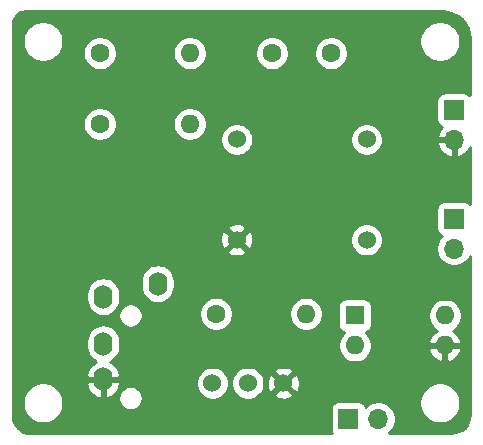
<source format=gbr>
%TF.GenerationSoftware,KiCad,Pcbnew,(5.1.5)-3*%
%TF.CreationDate,2021-04-08T15:18:11+01:00*%
%TF.ProjectId,Data Mode Radio Cable,44617461-204d-46f6-9465-20526164696f,rev?*%
%TF.SameCoordinates,PX2dc6c00PY4d3f640*%
%TF.FileFunction,Copper,L2,Bot*%
%TF.FilePolarity,Positive*%
%FSLAX46Y46*%
G04 Gerber Fmt 4.6, Leading zero omitted, Abs format (unit mm)*
G04 Created by KiCad (PCBNEW (5.1.5)-3) date 2021-04-08 15:18:11*
%MOMM*%
%LPD*%
G04 APERTURE LIST*
%TA.AperFunction,ComponentPad*%
%ADD10O,1.600000X2.000000*%
%TD*%
%TA.AperFunction,ComponentPad*%
%ADD11C,1.524000*%
%TD*%
%TA.AperFunction,ComponentPad*%
%ADD12C,1.600000*%
%TD*%
%TA.AperFunction,ComponentPad*%
%ADD13O,1.600000X1.600000*%
%TD*%
%TA.AperFunction,ComponentPad*%
%ADD14O,1.700000X1.700000*%
%TD*%
%TA.AperFunction,ComponentPad*%
%ADD15R,1.700000X1.700000*%
%TD*%
%TA.AperFunction,ComponentPad*%
%ADD16R,1.600000X1.600000*%
%TD*%
%TA.AperFunction,Conductor*%
%ADD17C,0.254000*%
%TD*%
G04 APERTURE END LIST*
D10*
%TO.P,J1,R1*%
%TO.N,Net-(J1-PadR1)*%
X8300000Y8200000D03*
%TO.P,J1,R2*%
%TO.N,GND*%
X8300000Y5200000D03*
%TO.P,J1,T*%
%TO.N,Net-(J1-PadT)*%
X8300000Y12200000D03*
%TO.P,J1,S*%
%TO.N,Net-(J1-PadS)*%
X12900000Y13300000D03*
%TD*%
D11*
%TO.P,T1,4*%
%TO.N,Net-(J3-Pad1)*%
X30600000Y25500000D03*
%TO.P,T1,3*%
%TO.N,Net-(J3-Pad2)*%
X30600000Y17000000D03*
%TO.P,T1,2*%
%TO.N,GND*%
X19600000Y17000000D03*
%TO.P,T1,1*%
%TO.N,Net-(R2-Pad2)*%
X19600000Y25500000D03*
%TD*%
D12*
%TO.P,R3,1*%
%TO.N,Net-(J4-Pad1)*%
X17850000Y10750000D03*
D13*
%TO.P,R3,2*%
%TO.N,Net-(R3-Pad2)*%
X25470000Y10750000D03*
%TD*%
D12*
%TO.P,R2,1*%
%TO.N,Net-(J1-PadT)*%
X8000000Y26800000D03*
D13*
%TO.P,R2,2*%
%TO.N,Net-(R2-Pad2)*%
X15620000Y26800000D03*
%TD*%
D12*
%TO.P,C1,1*%
%TO.N,Net-(C1-Pad1)*%
X22600000Y32800000D03*
%TO.P,C1,2*%
%TO.N,Net-(C1-Pad2)*%
X27600000Y32800000D03*
%TD*%
D14*
%TO.P,J2,2*%
%TO.N,GND*%
X38000000Y25460000D03*
D15*
%TO.P,J2,1*%
%TO.N,Net-(C1-Pad2)*%
X38000000Y28000000D03*
%TD*%
%TO.P,J3,1*%
%TO.N,Net-(J3-Pad1)*%
X38000000Y18800000D03*
D14*
%TO.P,J3,2*%
%TO.N,Net-(J3-Pad2)*%
X38000000Y16260000D03*
%TD*%
D13*
%TO.P,R1,2*%
%TO.N,Net-(C1-Pad1)*%
X15620000Y32800000D03*
D12*
%TO.P,R1,1*%
%TO.N,Net-(J1-PadS)*%
X8000000Y32800000D03*
%TD*%
D16*
%TO.P,U1,1*%
%TO.N,Net-(R3-Pad2)*%
X29600000Y10600000D03*
D13*
%TO.P,U1,3*%
%TO.N,GND*%
X37220000Y8060000D03*
%TO.P,U1,2*%
%TO.N,Net-(J4-Pad2)*%
X29600000Y8060000D03*
%TO.P,U1,4*%
%TO.N,Net-(J3-Pad2)*%
X37220000Y10600000D03*
%TD*%
D15*
%TO.P,J4,1*%
%TO.N,Net-(J4-Pad1)*%
X29050000Y1850000D03*
D14*
%TO.P,J4,2*%
%TO.N,Net-(J4-Pad2)*%
X31590000Y1850000D03*
%TD*%
D11*
%TO.P,SW1,3*%
%TO.N,Net-(SW1-Pad3)*%
X17550000Y4878000D03*
%TO.P,SW1,2*%
%TO.N,Net-(J3-Pad2)*%
X20550000Y4878000D03*
%TO.P,SW1,1*%
%TO.N,GND*%
X23550000Y4878000D03*
%TD*%
D17*
%TO.N,GND*%
G36*
X37482900Y36293016D02*
G01*
X37912782Y36163227D01*
X38309262Y35952415D01*
X38657249Y35668604D01*
X38943477Y35322613D01*
X39157054Y34927611D01*
X39289842Y34498644D01*
X39340000Y34021422D01*
X39340000Y29253888D01*
X39301185Y29301185D01*
X39204494Y29380537D01*
X39094180Y29439502D01*
X38974482Y29475812D01*
X38850000Y29488072D01*
X37150000Y29488072D01*
X37025518Y29475812D01*
X36905820Y29439502D01*
X36795506Y29380537D01*
X36698815Y29301185D01*
X36619463Y29204494D01*
X36560498Y29094180D01*
X36524188Y28974482D01*
X36511928Y28850000D01*
X36511928Y27150000D01*
X36524188Y27025518D01*
X36560498Y26905820D01*
X36619463Y26795506D01*
X36698815Y26698815D01*
X36795506Y26619463D01*
X36905820Y26560498D01*
X36986466Y26536034D01*
X36902412Y26460269D01*
X36728359Y26226920D01*
X36603175Y25964099D01*
X36558524Y25816890D01*
X36679845Y25587000D01*
X37873000Y25587000D01*
X37873000Y25607000D01*
X38127000Y25607000D01*
X38127000Y25587000D01*
X38147000Y25587000D01*
X38147000Y25333000D01*
X38127000Y25333000D01*
X38127000Y24139186D01*
X38356891Y24018519D01*
X38631252Y24115843D01*
X38881355Y24264822D01*
X39097588Y24459731D01*
X39271641Y24693080D01*
X39340000Y24836599D01*
X39340000Y20053888D01*
X39301185Y20101185D01*
X39204494Y20180537D01*
X39094180Y20239502D01*
X38974482Y20275812D01*
X38850000Y20288072D01*
X37150000Y20288072D01*
X37025518Y20275812D01*
X36905820Y20239502D01*
X36795506Y20180537D01*
X36698815Y20101185D01*
X36619463Y20004494D01*
X36560498Y19894180D01*
X36524188Y19774482D01*
X36511928Y19650000D01*
X36511928Y17950000D01*
X36524188Y17825518D01*
X36560498Y17705820D01*
X36619463Y17595506D01*
X36698815Y17498815D01*
X36795506Y17419463D01*
X36905820Y17360498D01*
X36978380Y17338487D01*
X36846525Y17206632D01*
X36684010Y16963411D01*
X36572068Y16693158D01*
X36515000Y16406260D01*
X36515000Y16113740D01*
X36572068Y15826842D01*
X36684010Y15556589D01*
X36846525Y15313368D01*
X37053368Y15106525D01*
X37296589Y14944010D01*
X37566842Y14832068D01*
X37853740Y14775000D01*
X38146260Y14775000D01*
X38433158Y14832068D01*
X38703411Y14944010D01*
X38946632Y15106525D01*
X39153475Y15313368D01*
X39315990Y15556589D01*
X39340001Y15614556D01*
X39340001Y2213290D01*
X39307928Y1886185D01*
X39222307Y1602596D01*
X39083239Y1341046D01*
X38896011Y1111482D01*
X38667761Y922657D01*
X38407185Y781764D01*
X38124204Y694166D01*
X37799137Y660000D01*
X32481968Y660000D01*
X32536632Y696525D01*
X32743475Y903368D01*
X32905990Y1146589D01*
X33017932Y1416842D01*
X33075000Y1703740D01*
X33075000Y1996260D01*
X33017932Y2283158D01*
X32905990Y2553411D01*
X32743475Y2796632D01*
X32536632Y3003475D01*
X32293411Y3165990D01*
X32023158Y3277932D01*
X31736260Y3335000D01*
X31443740Y3335000D01*
X31156842Y3277932D01*
X30886589Y3165990D01*
X30643368Y3003475D01*
X30511513Y2871620D01*
X30489502Y2944180D01*
X30430537Y3054494D01*
X30351185Y3151185D01*
X30254494Y3230537D01*
X30144180Y3289502D01*
X30024482Y3325812D01*
X29900000Y3338072D01*
X28200000Y3338072D01*
X28075518Y3325812D01*
X27955820Y3289502D01*
X27845506Y3230537D01*
X27748815Y3151185D01*
X27669463Y3054494D01*
X27610498Y2944180D01*
X27574188Y2824482D01*
X27561928Y2700000D01*
X27561928Y1000000D01*
X27574188Y875518D01*
X27610498Y755820D01*
X27661716Y660000D01*
X2124279Y660000D01*
X1814473Y690377D01*
X1547511Y770978D01*
X1301298Y901891D01*
X1085193Y1078141D01*
X907442Y1293004D01*
X774810Y1538303D01*
X692348Y1804694D01*
X660000Y2112466D01*
X660000Y3370883D01*
X1465000Y3370883D01*
X1465000Y3029117D01*
X1531675Y2693919D01*
X1662463Y2378169D01*
X1852337Y2094002D01*
X2094002Y1852337D01*
X2378169Y1662463D01*
X2693919Y1531675D01*
X3029117Y1465000D01*
X3370883Y1465000D01*
X3706081Y1531675D01*
X4021831Y1662463D01*
X4305998Y1852337D01*
X4547663Y2094002D01*
X4737537Y2378169D01*
X4868325Y2693919D01*
X4935000Y3029117D01*
X4935000Y3370883D01*
X4868325Y3706081D01*
X4737537Y4021831D01*
X4547663Y4305998D01*
X4305998Y4547663D01*
X4021831Y4737537D01*
X3757292Y4847113D01*
X6868063Y4847113D01*
X6925404Y4570694D01*
X7035570Y4310773D01*
X7194327Y4077338D01*
X7395575Y3879361D01*
X7631579Y3724449D01*
X7893270Y3618556D01*
X7950961Y3608096D01*
X8173000Y3730085D01*
X8173000Y5073000D01*
X8427000Y5073000D01*
X8427000Y3730085D01*
X8649039Y3608096D01*
X8706730Y3618556D01*
X8912792Y3701939D01*
X9565000Y3701939D01*
X9565000Y3498061D01*
X9604774Y3298102D01*
X9682795Y3109744D01*
X9796063Y2940226D01*
X9940226Y2796063D01*
X10109744Y2682795D01*
X10298102Y2604774D01*
X10498061Y2565000D01*
X10701939Y2565000D01*
X10901898Y2604774D01*
X11090256Y2682795D01*
X11259774Y2796063D01*
X11403937Y2940226D01*
X11517205Y3109744D01*
X11595226Y3298102D01*
X11609702Y3370883D01*
X35065000Y3370883D01*
X35065000Y3029117D01*
X35131675Y2693919D01*
X35262463Y2378169D01*
X35452337Y2094002D01*
X35694002Y1852337D01*
X35978169Y1662463D01*
X36293919Y1531675D01*
X36629117Y1465000D01*
X36970883Y1465000D01*
X37306081Y1531675D01*
X37621831Y1662463D01*
X37905998Y1852337D01*
X38147663Y2094002D01*
X38337537Y2378169D01*
X38468325Y2693919D01*
X38535000Y3029117D01*
X38535000Y3370883D01*
X38468325Y3706081D01*
X38337537Y4021831D01*
X38147663Y4305998D01*
X37905998Y4547663D01*
X37621831Y4737537D01*
X37306081Y4868325D01*
X36970883Y4935000D01*
X36629117Y4935000D01*
X36293919Y4868325D01*
X35978169Y4737537D01*
X35694002Y4547663D01*
X35452337Y4305998D01*
X35262463Y4021831D01*
X35131675Y3706081D01*
X35065000Y3370883D01*
X11609702Y3370883D01*
X11635000Y3498061D01*
X11635000Y3701939D01*
X11595226Y3901898D01*
X11517205Y4090256D01*
X11403937Y4259774D01*
X11259774Y4403937D01*
X11090256Y4517205D01*
X10901898Y4595226D01*
X10701939Y4635000D01*
X10498061Y4635000D01*
X10298102Y4595226D01*
X10109744Y4517205D01*
X9940226Y4403937D01*
X9796063Y4259774D01*
X9682795Y4090256D01*
X9604774Y3901898D01*
X9565000Y3701939D01*
X8912792Y3701939D01*
X8968421Y3724449D01*
X9204425Y3879361D01*
X9405673Y4077338D01*
X9564430Y4310773D01*
X9674596Y4570694D01*
X9731937Y4847113D01*
X9618222Y5015592D01*
X16153000Y5015592D01*
X16153000Y4740408D01*
X16206686Y4470510D01*
X16311995Y4216273D01*
X16464880Y3987465D01*
X16659465Y3792880D01*
X16888273Y3639995D01*
X17142510Y3534686D01*
X17412408Y3481000D01*
X17687592Y3481000D01*
X17957490Y3534686D01*
X18211727Y3639995D01*
X18440535Y3792880D01*
X18635120Y3987465D01*
X18788005Y4216273D01*
X18893314Y4470510D01*
X18947000Y4740408D01*
X18947000Y5015592D01*
X19153000Y5015592D01*
X19153000Y4740408D01*
X19206686Y4470510D01*
X19311995Y4216273D01*
X19464880Y3987465D01*
X19659465Y3792880D01*
X19888273Y3639995D01*
X20142510Y3534686D01*
X20412408Y3481000D01*
X20687592Y3481000D01*
X20957490Y3534686D01*
X21211727Y3639995D01*
X21440535Y3792880D01*
X21560090Y3912435D01*
X22764040Y3912435D01*
X22831020Y3672344D01*
X23080048Y3555244D01*
X23347135Y3488977D01*
X23622017Y3476090D01*
X23894133Y3517078D01*
X24153023Y3610364D01*
X24268980Y3672344D01*
X24335960Y3912435D01*
X23550000Y4698395D01*
X22764040Y3912435D01*
X21560090Y3912435D01*
X21635120Y3987465D01*
X21788005Y4216273D01*
X21893314Y4470510D01*
X21947000Y4740408D01*
X21947000Y4805983D01*
X22148090Y4805983D01*
X22189078Y4533867D01*
X22282364Y4274977D01*
X22344344Y4159020D01*
X22584435Y4092040D01*
X23370395Y4878000D01*
X23729605Y4878000D01*
X24515565Y4092040D01*
X24755656Y4159020D01*
X24872756Y4408048D01*
X24939023Y4675135D01*
X24951910Y4950017D01*
X24910922Y5222133D01*
X24817636Y5481023D01*
X24755656Y5596980D01*
X24515565Y5663960D01*
X23729605Y4878000D01*
X23370395Y4878000D01*
X22584435Y5663960D01*
X22344344Y5596980D01*
X22227244Y5347952D01*
X22160977Y5080865D01*
X22148090Y4805983D01*
X21947000Y4805983D01*
X21947000Y5015592D01*
X21893314Y5285490D01*
X21788005Y5539727D01*
X21635120Y5768535D01*
X21560090Y5843565D01*
X22764040Y5843565D01*
X23550000Y5057605D01*
X24335960Y5843565D01*
X24268980Y6083656D01*
X24019952Y6200756D01*
X23752865Y6267023D01*
X23477983Y6279910D01*
X23205867Y6238922D01*
X22946977Y6145636D01*
X22831020Y6083656D01*
X22764040Y5843565D01*
X21560090Y5843565D01*
X21440535Y5963120D01*
X21211727Y6116005D01*
X20957490Y6221314D01*
X20687592Y6275000D01*
X20412408Y6275000D01*
X20142510Y6221314D01*
X19888273Y6116005D01*
X19659465Y5963120D01*
X19464880Y5768535D01*
X19311995Y5539727D01*
X19206686Y5285490D01*
X19153000Y5015592D01*
X18947000Y5015592D01*
X18893314Y5285490D01*
X18788005Y5539727D01*
X18635120Y5768535D01*
X18440535Y5963120D01*
X18211727Y6116005D01*
X17957490Y6221314D01*
X17687592Y6275000D01*
X17412408Y6275000D01*
X17142510Y6221314D01*
X16888273Y6116005D01*
X16659465Y5963120D01*
X16464880Y5768535D01*
X16311995Y5539727D01*
X16206686Y5285490D01*
X16153000Y5015592D01*
X9618222Y5015592D01*
X9579474Y5073000D01*
X8427000Y5073000D01*
X8173000Y5073000D01*
X7020526Y5073000D01*
X6868063Y4847113D01*
X3757292Y4847113D01*
X3706081Y4868325D01*
X3370883Y4935000D01*
X3029117Y4935000D01*
X2693919Y4868325D01*
X2378169Y4737537D01*
X2094002Y4547663D01*
X1852337Y4305998D01*
X1662463Y4021831D01*
X1531675Y3706081D01*
X1465000Y3370883D01*
X660000Y3370883D01*
X660000Y8470492D01*
X6865000Y8470492D01*
X6865000Y7929509D01*
X6885764Y7718692D01*
X6967818Y7448193D01*
X7101068Y7198900D01*
X7280392Y6980393D01*
X7498899Y6801068D01*
X7689714Y6699075D01*
X7631579Y6675551D01*
X7395575Y6520639D01*
X7194327Y6322662D01*
X7035570Y6089227D01*
X6925404Y5829306D01*
X6868063Y5552887D01*
X7020526Y5327000D01*
X8173000Y5327000D01*
X8173000Y5347000D01*
X8427000Y5347000D01*
X8427000Y5327000D01*
X9579474Y5327000D01*
X9731937Y5552887D01*
X9674596Y5829306D01*
X9564430Y6089227D01*
X9405673Y6322662D01*
X9204425Y6520639D01*
X8968421Y6675551D01*
X8910286Y6699075D01*
X9101100Y6801068D01*
X9319607Y6980392D01*
X9498932Y7198899D01*
X9632182Y7448192D01*
X9714236Y7718691D01*
X9735000Y7929508D01*
X9735000Y8470491D01*
X9714236Y8681308D01*
X9632182Y8951807D01*
X9498932Y9201101D01*
X9319608Y9419608D01*
X9101101Y9598932D01*
X8851808Y9732182D01*
X8581309Y9814236D01*
X8300000Y9841943D01*
X8018692Y9814236D01*
X7748193Y9732182D01*
X7498900Y9598932D01*
X7280393Y9419608D01*
X7101068Y9201101D01*
X6967818Y8951808D01*
X6885764Y8681309D01*
X6865000Y8470492D01*
X660000Y8470492D01*
X660000Y12470492D01*
X6865000Y12470492D01*
X6865000Y11929509D01*
X6885764Y11718692D01*
X6967818Y11448193D01*
X7101068Y11198900D01*
X7280392Y10980393D01*
X7498899Y10801068D01*
X7748192Y10667818D01*
X8018691Y10585764D01*
X8300000Y10558057D01*
X8581308Y10585764D01*
X8851807Y10667818D01*
X8915642Y10701939D01*
X9565000Y10701939D01*
X9565000Y10498061D01*
X9604774Y10298102D01*
X9682795Y10109744D01*
X9796063Y9940226D01*
X9940226Y9796063D01*
X10109744Y9682795D01*
X10298102Y9604774D01*
X10498061Y9565000D01*
X10701939Y9565000D01*
X10901898Y9604774D01*
X11090256Y9682795D01*
X11259774Y9796063D01*
X11403937Y9940226D01*
X11517205Y10109744D01*
X11595226Y10298102D01*
X11635000Y10498061D01*
X11635000Y10701939D01*
X11597328Y10891335D01*
X16415000Y10891335D01*
X16415000Y10608665D01*
X16470147Y10331426D01*
X16578320Y10070273D01*
X16735363Y9835241D01*
X16935241Y9635363D01*
X17170273Y9478320D01*
X17431426Y9370147D01*
X17708665Y9315000D01*
X17991335Y9315000D01*
X18268574Y9370147D01*
X18529727Y9478320D01*
X18764759Y9635363D01*
X18964637Y9835241D01*
X19121680Y10070273D01*
X19229853Y10331426D01*
X19285000Y10608665D01*
X19285000Y10891335D01*
X24035000Y10891335D01*
X24035000Y10608665D01*
X24090147Y10331426D01*
X24198320Y10070273D01*
X24355363Y9835241D01*
X24555241Y9635363D01*
X24790273Y9478320D01*
X25051426Y9370147D01*
X25328665Y9315000D01*
X25611335Y9315000D01*
X25888574Y9370147D01*
X26149727Y9478320D01*
X26384759Y9635363D01*
X26584637Y9835241D01*
X26741680Y10070273D01*
X26849853Y10331426D01*
X26905000Y10608665D01*
X26905000Y10891335D01*
X26849853Y11168574D01*
X26753994Y11400000D01*
X28161928Y11400000D01*
X28161928Y9800000D01*
X28174188Y9675518D01*
X28210498Y9555820D01*
X28269463Y9445506D01*
X28348815Y9348815D01*
X28445506Y9269463D01*
X28555820Y9210498D01*
X28675518Y9174188D01*
X28683961Y9173357D01*
X28485363Y8974759D01*
X28328320Y8739727D01*
X28220147Y8478574D01*
X28165000Y8201335D01*
X28165000Y7918665D01*
X28220147Y7641426D01*
X28328320Y7380273D01*
X28485363Y7145241D01*
X28685241Y6945363D01*
X28920273Y6788320D01*
X29181426Y6680147D01*
X29458665Y6625000D01*
X29741335Y6625000D01*
X30018574Y6680147D01*
X30279727Y6788320D01*
X30514759Y6945363D01*
X30714637Y7145241D01*
X30871680Y7380273D01*
X30979853Y7641426D01*
X30993684Y7710961D01*
X35828096Y7710961D01*
X35868754Y7576913D01*
X35988963Y7322580D01*
X36156481Y7096586D01*
X36364869Y6907615D01*
X36606119Y6762930D01*
X36870960Y6668091D01*
X37093000Y6789376D01*
X37093000Y7933000D01*
X37347000Y7933000D01*
X37347000Y6789376D01*
X37569040Y6668091D01*
X37833881Y6762930D01*
X38075131Y6907615D01*
X38283519Y7096586D01*
X38451037Y7322580D01*
X38571246Y7576913D01*
X38611904Y7710961D01*
X38489915Y7933000D01*
X37347000Y7933000D01*
X37093000Y7933000D01*
X35950085Y7933000D01*
X35828096Y7710961D01*
X30993684Y7710961D01*
X31035000Y7918665D01*
X31035000Y8201335D01*
X30979853Y8478574D01*
X30871680Y8739727D01*
X30714637Y8974759D01*
X30516039Y9173357D01*
X30524482Y9174188D01*
X30644180Y9210498D01*
X30754494Y9269463D01*
X30851185Y9348815D01*
X30930537Y9445506D01*
X30989502Y9555820D01*
X31025812Y9675518D01*
X31038072Y9800000D01*
X31038072Y10741335D01*
X35785000Y10741335D01*
X35785000Y10458665D01*
X35840147Y10181426D01*
X35948320Y9920273D01*
X36105363Y9685241D01*
X36305241Y9485363D01*
X36540273Y9328320D01*
X36550865Y9323933D01*
X36364869Y9212385D01*
X36156481Y9023414D01*
X35988963Y8797420D01*
X35868754Y8543087D01*
X35828096Y8409039D01*
X35950085Y8187000D01*
X37093000Y8187000D01*
X37093000Y8207000D01*
X37347000Y8207000D01*
X37347000Y8187000D01*
X38489915Y8187000D01*
X38611904Y8409039D01*
X38571246Y8543087D01*
X38451037Y8797420D01*
X38283519Y9023414D01*
X38075131Y9212385D01*
X37889135Y9323933D01*
X37899727Y9328320D01*
X38134759Y9485363D01*
X38334637Y9685241D01*
X38491680Y9920273D01*
X38599853Y10181426D01*
X38655000Y10458665D01*
X38655000Y10741335D01*
X38599853Y11018574D01*
X38491680Y11279727D01*
X38334637Y11514759D01*
X38134759Y11714637D01*
X37899727Y11871680D01*
X37638574Y11979853D01*
X37361335Y12035000D01*
X37078665Y12035000D01*
X36801426Y11979853D01*
X36540273Y11871680D01*
X36305241Y11714637D01*
X36105363Y11514759D01*
X35948320Y11279727D01*
X35840147Y11018574D01*
X35785000Y10741335D01*
X31038072Y10741335D01*
X31038072Y11400000D01*
X31025812Y11524482D01*
X30989502Y11644180D01*
X30930537Y11754494D01*
X30851185Y11851185D01*
X30754494Y11930537D01*
X30644180Y11989502D01*
X30524482Y12025812D01*
X30400000Y12038072D01*
X28800000Y12038072D01*
X28675518Y12025812D01*
X28555820Y11989502D01*
X28445506Y11930537D01*
X28348815Y11851185D01*
X28269463Y11754494D01*
X28210498Y11644180D01*
X28174188Y11524482D01*
X28161928Y11400000D01*
X26753994Y11400000D01*
X26741680Y11429727D01*
X26584637Y11664759D01*
X26384759Y11864637D01*
X26149727Y12021680D01*
X25888574Y12129853D01*
X25611335Y12185000D01*
X25328665Y12185000D01*
X25051426Y12129853D01*
X24790273Y12021680D01*
X24555241Y11864637D01*
X24355363Y11664759D01*
X24198320Y11429727D01*
X24090147Y11168574D01*
X24035000Y10891335D01*
X19285000Y10891335D01*
X19229853Y11168574D01*
X19121680Y11429727D01*
X18964637Y11664759D01*
X18764759Y11864637D01*
X18529727Y12021680D01*
X18268574Y12129853D01*
X17991335Y12185000D01*
X17708665Y12185000D01*
X17431426Y12129853D01*
X17170273Y12021680D01*
X16935241Y11864637D01*
X16735363Y11664759D01*
X16578320Y11429727D01*
X16470147Y11168574D01*
X16415000Y10891335D01*
X11597328Y10891335D01*
X11595226Y10901898D01*
X11517205Y11090256D01*
X11403937Y11259774D01*
X11259774Y11403937D01*
X11090256Y11517205D01*
X10901898Y11595226D01*
X10701939Y11635000D01*
X10498061Y11635000D01*
X10298102Y11595226D01*
X10109744Y11517205D01*
X9940226Y11403937D01*
X9796063Y11259774D01*
X9682795Y11090256D01*
X9604774Y10901898D01*
X9565000Y10701939D01*
X8915642Y10701939D01*
X9101100Y10801068D01*
X9319607Y10980392D01*
X9498932Y11198899D01*
X9632182Y11448192D01*
X9714236Y11718691D01*
X9735000Y11929508D01*
X9735000Y12470491D01*
X9714236Y12681308D01*
X9632182Y12951807D01*
X9498932Y13201101D01*
X9319608Y13419608D01*
X9135756Y13570492D01*
X11465000Y13570492D01*
X11465000Y13029509D01*
X11485764Y12818692D01*
X11567818Y12548193D01*
X11701068Y12298900D01*
X11880392Y12080393D01*
X12098899Y11901068D01*
X12348192Y11767818D01*
X12618691Y11685764D01*
X12900000Y11658057D01*
X13181308Y11685764D01*
X13451807Y11767818D01*
X13701100Y11901068D01*
X13919607Y12080392D01*
X14098932Y12298899D01*
X14232182Y12548192D01*
X14314236Y12818691D01*
X14335000Y13029508D01*
X14335000Y13570491D01*
X14314236Y13781308D01*
X14232182Y14051807D01*
X14098932Y14301101D01*
X13919608Y14519608D01*
X13701101Y14698932D01*
X13451808Y14832182D01*
X13181309Y14914236D01*
X12900000Y14941943D01*
X12618692Y14914236D01*
X12348193Y14832182D01*
X12098900Y14698932D01*
X11880393Y14519608D01*
X11701068Y14301101D01*
X11567818Y14051808D01*
X11485764Y13781309D01*
X11465000Y13570492D01*
X9135756Y13570492D01*
X9101101Y13598932D01*
X8851808Y13732182D01*
X8581309Y13814236D01*
X8300000Y13841943D01*
X8018692Y13814236D01*
X7748193Y13732182D01*
X7498900Y13598932D01*
X7280393Y13419608D01*
X7101068Y13201101D01*
X6967818Y12951808D01*
X6885764Y12681309D01*
X6865000Y12470492D01*
X660000Y12470492D01*
X660000Y16034435D01*
X18814040Y16034435D01*
X18881020Y15794344D01*
X19130048Y15677244D01*
X19397135Y15610977D01*
X19672017Y15598090D01*
X19944133Y15639078D01*
X20203023Y15732364D01*
X20318980Y15794344D01*
X20385960Y16034435D01*
X19600000Y16820395D01*
X18814040Y16034435D01*
X660000Y16034435D01*
X660000Y16927983D01*
X18198090Y16927983D01*
X18239078Y16655867D01*
X18332364Y16396977D01*
X18394344Y16281020D01*
X18634435Y16214040D01*
X19420395Y17000000D01*
X19779605Y17000000D01*
X20565565Y16214040D01*
X20805656Y16281020D01*
X20922756Y16530048D01*
X20989023Y16797135D01*
X21001910Y17072017D01*
X20992033Y17137592D01*
X29203000Y17137592D01*
X29203000Y16862408D01*
X29256686Y16592510D01*
X29361995Y16338273D01*
X29514880Y16109465D01*
X29709465Y15914880D01*
X29938273Y15761995D01*
X30192510Y15656686D01*
X30462408Y15603000D01*
X30737592Y15603000D01*
X31007490Y15656686D01*
X31261727Y15761995D01*
X31490535Y15914880D01*
X31685120Y16109465D01*
X31838005Y16338273D01*
X31943314Y16592510D01*
X31997000Y16862408D01*
X31997000Y17137592D01*
X31943314Y17407490D01*
X31838005Y17661727D01*
X31685120Y17890535D01*
X31490535Y18085120D01*
X31261727Y18238005D01*
X31007490Y18343314D01*
X30737592Y18397000D01*
X30462408Y18397000D01*
X30192510Y18343314D01*
X29938273Y18238005D01*
X29709465Y18085120D01*
X29514880Y17890535D01*
X29361995Y17661727D01*
X29256686Y17407490D01*
X29203000Y17137592D01*
X20992033Y17137592D01*
X20960922Y17344133D01*
X20867636Y17603023D01*
X20805656Y17718980D01*
X20565565Y17785960D01*
X19779605Y17000000D01*
X19420395Y17000000D01*
X18634435Y17785960D01*
X18394344Y17718980D01*
X18277244Y17469952D01*
X18210977Y17202865D01*
X18198090Y16927983D01*
X660000Y16927983D01*
X660000Y17965565D01*
X18814040Y17965565D01*
X19600000Y17179605D01*
X20385960Y17965565D01*
X20318980Y18205656D01*
X20069952Y18322756D01*
X19802865Y18389023D01*
X19527983Y18401910D01*
X19255867Y18360922D01*
X18996977Y18267636D01*
X18881020Y18205656D01*
X18814040Y17965565D01*
X660000Y17965565D01*
X660000Y26941335D01*
X6565000Y26941335D01*
X6565000Y26658665D01*
X6620147Y26381426D01*
X6728320Y26120273D01*
X6885363Y25885241D01*
X7085241Y25685363D01*
X7320273Y25528320D01*
X7581426Y25420147D01*
X7858665Y25365000D01*
X8141335Y25365000D01*
X8418574Y25420147D01*
X8679727Y25528320D01*
X8914759Y25685363D01*
X9114637Y25885241D01*
X9271680Y26120273D01*
X9379853Y26381426D01*
X9435000Y26658665D01*
X9435000Y26941335D01*
X14185000Y26941335D01*
X14185000Y26658665D01*
X14240147Y26381426D01*
X14348320Y26120273D01*
X14505363Y25885241D01*
X14705241Y25685363D01*
X14940273Y25528320D01*
X15201426Y25420147D01*
X15478665Y25365000D01*
X15761335Y25365000D01*
X16038574Y25420147D01*
X16299727Y25528320D01*
X16463264Y25637592D01*
X18203000Y25637592D01*
X18203000Y25362408D01*
X18256686Y25092510D01*
X18361995Y24838273D01*
X18514880Y24609465D01*
X18709465Y24414880D01*
X18938273Y24261995D01*
X19192510Y24156686D01*
X19462408Y24103000D01*
X19737592Y24103000D01*
X20007490Y24156686D01*
X20261727Y24261995D01*
X20490535Y24414880D01*
X20685120Y24609465D01*
X20838005Y24838273D01*
X20943314Y25092510D01*
X20997000Y25362408D01*
X20997000Y25637592D01*
X29203000Y25637592D01*
X29203000Y25362408D01*
X29256686Y25092510D01*
X29361995Y24838273D01*
X29514880Y24609465D01*
X29709465Y24414880D01*
X29938273Y24261995D01*
X30192510Y24156686D01*
X30462408Y24103000D01*
X30737592Y24103000D01*
X31007490Y24156686D01*
X31261727Y24261995D01*
X31490535Y24414880D01*
X31685120Y24609465D01*
X31838005Y24838273D01*
X31943314Y25092510D01*
X31945422Y25103110D01*
X36558524Y25103110D01*
X36603175Y24955901D01*
X36728359Y24693080D01*
X36902412Y24459731D01*
X37118645Y24264822D01*
X37368748Y24115843D01*
X37643109Y24018519D01*
X37873000Y24139186D01*
X37873000Y25333000D01*
X36679845Y25333000D01*
X36558524Y25103110D01*
X31945422Y25103110D01*
X31997000Y25362408D01*
X31997000Y25637592D01*
X31943314Y25907490D01*
X31838005Y26161727D01*
X31685120Y26390535D01*
X31490535Y26585120D01*
X31261727Y26738005D01*
X31007490Y26843314D01*
X30737592Y26897000D01*
X30462408Y26897000D01*
X30192510Y26843314D01*
X29938273Y26738005D01*
X29709465Y26585120D01*
X29514880Y26390535D01*
X29361995Y26161727D01*
X29256686Y25907490D01*
X29203000Y25637592D01*
X20997000Y25637592D01*
X20943314Y25907490D01*
X20838005Y26161727D01*
X20685120Y26390535D01*
X20490535Y26585120D01*
X20261727Y26738005D01*
X20007490Y26843314D01*
X19737592Y26897000D01*
X19462408Y26897000D01*
X19192510Y26843314D01*
X18938273Y26738005D01*
X18709465Y26585120D01*
X18514880Y26390535D01*
X18361995Y26161727D01*
X18256686Y25907490D01*
X18203000Y25637592D01*
X16463264Y25637592D01*
X16534759Y25685363D01*
X16734637Y25885241D01*
X16891680Y26120273D01*
X16999853Y26381426D01*
X17055000Y26658665D01*
X17055000Y26941335D01*
X16999853Y27218574D01*
X16891680Y27479727D01*
X16734637Y27714759D01*
X16534759Y27914637D01*
X16299727Y28071680D01*
X16038574Y28179853D01*
X15761335Y28235000D01*
X15478665Y28235000D01*
X15201426Y28179853D01*
X14940273Y28071680D01*
X14705241Y27914637D01*
X14505363Y27714759D01*
X14348320Y27479727D01*
X14240147Y27218574D01*
X14185000Y26941335D01*
X9435000Y26941335D01*
X9379853Y27218574D01*
X9271680Y27479727D01*
X9114637Y27714759D01*
X8914759Y27914637D01*
X8679727Y28071680D01*
X8418574Y28179853D01*
X8141335Y28235000D01*
X7858665Y28235000D01*
X7581426Y28179853D01*
X7320273Y28071680D01*
X7085241Y27914637D01*
X6885363Y27714759D01*
X6728320Y27479727D01*
X6620147Y27218574D01*
X6565000Y26941335D01*
X660000Y26941335D01*
X660000Y33970883D01*
X1465000Y33970883D01*
X1465000Y33629117D01*
X1531675Y33293919D01*
X1662463Y32978169D01*
X1852337Y32694002D01*
X2094002Y32452337D01*
X2378169Y32262463D01*
X2693919Y32131675D01*
X3029117Y32065000D01*
X3370883Y32065000D01*
X3706081Y32131675D01*
X4021831Y32262463D01*
X4305998Y32452337D01*
X4547663Y32694002D01*
X4712925Y32941335D01*
X6565000Y32941335D01*
X6565000Y32658665D01*
X6620147Y32381426D01*
X6728320Y32120273D01*
X6885363Y31885241D01*
X7085241Y31685363D01*
X7320273Y31528320D01*
X7581426Y31420147D01*
X7858665Y31365000D01*
X8141335Y31365000D01*
X8418574Y31420147D01*
X8679727Y31528320D01*
X8914759Y31685363D01*
X9114637Y31885241D01*
X9271680Y32120273D01*
X9379853Y32381426D01*
X9435000Y32658665D01*
X9435000Y32941335D01*
X14185000Y32941335D01*
X14185000Y32658665D01*
X14240147Y32381426D01*
X14348320Y32120273D01*
X14505363Y31885241D01*
X14705241Y31685363D01*
X14940273Y31528320D01*
X15201426Y31420147D01*
X15478665Y31365000D01*
X15761335Y31365000D01*
X16038574Y31420147D01*
X16299727Y31528320D01*
X16534759Y31685363D01*
X16734637Y31885241D01*
X16891680Y32120273D01*
X16999853Y32381426D01*
X17055000Y32658665D01*
X17055000Y32941335D01*
X21165000Y32941335D01*
X21165000Y32658665D01*
X21220147Y32381426D01*
X21328320Y32120273D01*
X21485363Y31885241D01*
X21685241Y31685363D01*
X21920273Y31528320D01*
X22181426Y31420147D01*
X22458665Y31365000D01*
X22741335Y31365000D01*
X23018574Y31420147D01*
X23279727Y31528320D01*
X23514759Y31685363D01*
X23714637Y31885241D01*
X23871680Y32120273D01*
X23979853Y32381426D01*
X24035000Y32658665D01*
X24035000Y32941335D01*
X26165000Y32941335D01*
X26165000Y32658665D01*
X26220147Y32381426D01*
X26328320Y32120273D01*
X26485363Y31885241D01*
X26685241Y31685363D01*
X26920273Y31528320D01*
X27181426Y31420147D01*
X27458665Y31365000D01*
X27741335Y31365000D01*
X28018574Y31420147D01*
X28279727Y31528320D01*
X28514759Y31685363D01*
X28714637Y31885241D01*
X28871680Y32120273D01*
X28979853Y32381426D01*
X29035000Y32658665D01*
X29035000Y32941335D01*
X28979853Y33218574D01*
X28871680Y33479727D01*
X28714637Y33714759D01*
X28514759Y33914637D01*
X28430581Y33970883D01*
X35065000Y33970883D01*
X35065000Y33629117D01*
X35131675Y33293919D01*
X35262463Y32978169D01*
X35452337Y32694002D01*
X35694002Y32452337D01*
X35978169Y32262463D01*
X36293919Y32131675D01*
X36629117Y32065000D01*
X36970883Y32065000D01*
X37306081Y32131675D01*
X37621831Y32262463D01*
X37905998Y32452337D01*
X38147663Y32694002D01*
X38337537Y32978169D01*
X38468325Y33293919D01*
X38535000Y33629117D01*
X38535000Y33970883D01*
X38468325Y34306081D01*
X38337537Y34621831D01*
X38147663Y34905998D01*
X37905998Y35147663D01*
X37621831Y35337537D01*
X37306081Y35468325D01*
X36970883Y35535000D01*
X36629117Y35535000D01*
X36293919Y35468325D01*
X35978169Y35337537D01*
X35694002Y35147663D01*
X35452337Y34905998D01*
X35262463Y34621831D01*
X35131675Y34306081D01*
X35065000Y33970883D01*
X28430581Y33970883D01*
X28279727Y34071680D01*
X28018574Y34179853D01*
X27741335Y34235000D01*
X27458665Y34235000D01*
X27181426Y34179853D01*
X26920273Y34071680D01*
X26685241Y33914637D01*
X26485363Y33714759D01*
X26328320Y33479727D01*
X26220147Y33218574D01*
X26165000Y32941335D01*
X24035000Y32941335D01*
X23979853Y33218574D01*
X23871680Y33479727D01*
X23714637Y33714759D01*
X23514759Y33914637D01*
X23279727Y34071680D01*
X23018574Y34179853D01*
X22741335Y34235000D01*
X22458665Y34235000D01*
X22181426Y34179853D01*
X21920273Y34071680D01*
X21685241Y33914637D01*
X21485363Y33714759D01*
X21328320Y33479727D01*
X21220147Y33218574D01*
X21165000Y32941335D01*
X17055000Y32941335D01*
X16999853Y33218574D01*
X16891680Y33479727D01*
X16734637Y33714759D01*
X16534759Y33914637D01*
X16299727Y34071680D01*
X16038574Y34179853D01*
X15761335Y34235000D01*
X15478665Y34235000D01*
X15201426Y34179853D01*
X14940273Y34071680D01*
X14705241Y33914637D01*
X14505363Y33714759D01*
X14348320Y33479727D01*
X14240147Y33218574D01*
X14185000Y32941335D01*
X9435000Y32941335D01*
X9379853Y33218574D01*
X9271680Y33479727D01*
X9114637Y33714759D01*
X8914759Y33914637D01*
X8679727Y34071680D01*
X8418574Y34179853D01*
X8141335Y34235000D01*
X7858665Y34235000D01*
X7581426Y34179853D01*
X7320273Y34071680D01*
X7085241Y33914637D01*
X6885363Y33714759D01*
X6728320Y33479727D01*
X6620147Y33218574D01*
X6565000Y32941335D01*
X4712925Y32941335D01*
X4737537Y32978169D01*
X4868325Y33293919D01*
X4935000Y33629117D01*
X4935000Y33970883D01*
X4868325Y34306081D01*
X4737537Y34621831D01*
X4547663Y34905998D01*
X4305998Y35147663D01*
X4021831Y35337537D01*
X3706081Y35468325D01*
X3370883Y35535000D01*
X3029117Y35535000D01*
X2693919Y35468325D01*
X2378169Y35337537D01*
X2094002Y35147663D01*
X1852337Y34905998D01*
X1662463Y34621831D01*
X1531675Y34306081D01*
X1465000Y33970883D01*
X660000Y33970883D01*
X660000Y35286723D01*
X682549Y35516696D01*
X739965Y35706867D01*
X833223Y35882261D01*
X958772Y36036199D01*
X1111831Y36162821D01*
X1286574Y36257305D01*
X1476339Y36316047D01*
X1704239Y36340000D01*
X37003721Y36340000D01*
X37482900Y36293016D01*
G37*
X37482900Y36293016D02*
X37912782Y36163227D01*
X38309262Y35952415D01*
X38657249Y35668604D01*
X38943477Y35322613D01*
X39157054Y34927611D01*
X39289842Y34498644D01*
X39340000Y34021422D01*
X39340000Y29253888D01*
X39301185Y29301185D01*
X39204494Y29380537D01*
X39094180Y29439502D01*
X38974482Y29475812D01*
X38850000Y29488072D01*
X37150000Y29488072D01*
X37025518Y29475812D01*
X36905820Y29439502D01*
X36795506Y29380537D01*
X36698815Y29301185D01*
X36619463Y29204494D01*
X36560498Y29094180D01*
X36524188Y28974482D01*
X36511928Y28850000D01*
X36511928Y27150000D01*
X36524188Y27025518D01*
X36560498Y26905820D01*
X36619463Y26795506D01*
X36698815Y26698815D01*
X36795506Y26619463D01*
X36905820Y26560498D01*
X36986466Y26536034D01*
X36902412Y26460269D01*
X36728359Y26226920D01*
X36603175Y25964099D01*
X36558524Y25816890D01*
X36679845Y25587000D01*
X37873000Y25587000D01*
X37873000Y25607000D01*
X38127000Y25607000D01*
X38127000Y25587000D01*
X38147000Y25587000D01*
X38147000Y25333000D01*
X38127000Y25333000D01*
X38127000Y24139186D01*
X38356891Y24018519D01*
X38631252Y24115843D01*
X38881355Y24264822D01*
X39097588Y24459731D01*
X39271641Y24693080D01*
X39340000Y24836599D01*
X39340000Y20053888D01*
X39301185Y20101185D01*
X39204494Y20180537D01*
X39094180Y20239502D01*
X38974482Y20275812D01*
X38850000Y20288072D01*
X37150000Y20288072D01*
X37025518Y20275812D01*
X36905820Y20239502D01*
X36795506Y20180537D01*
X36698815Y20101185D01*
X36619463Y20004494D01*
X36560498Y19894180D01*
X36524188Y19774482D01*
X36511928Y19650000D01*
X36511928Y17950000D01*
X36524188Y17825518D01*
X36560498Y17705820D01*
X36619463Y17595506D01*
X36698815Y17498815D01*
X36795506Y17419463D01*
X36905820Y17360498D01*
X36978380Y17338487D01*
X36846525Y17206632D01*
X36684010Y16963411D01*
X36572068Y16693158D01*
X36515000Y16406260D01*
X36515000Y16113740D01*
X36572068Y15826842D01*
X36684010Y15556589D01*
X36846525Y15313368D01*
X37053368Y15106525D01*
X37296589Y14944010D01*
X37566842Y14832068D01*
X37853740Y14775000D01*
X38146260Y14775000D01*
X38433158Y14832068D01*
X38703411Y14944010D01*
X38946632Y15106525D01*
X39153475Y15313368D01*
X39315990Y15556589D01*
X39340001Y15614556D01*
X39340001Y2213290D01*
X39307928Y1886185D01*
X39222307Y1602596D01*
X39083239Y1341046D01*
X38896011Y1111482D01*
X38667761Y922657D01*
X38407185Y781764D01*
X38124204Y694166D01*
X37799137Y660000D01*
X32481968Y660000D01*
X32536632Y696525D01*
X32743475Y903368D01*
X32905990Y1146589D01*
X33017932Y1416842D01*
X33075000Y1703740D01*
X33075000Y1996260D01*
X33017932Y2283158D01*
X32905990Y2553411D01*
X32743475Y2796632D01*
X32536632Y3003475D01*
X32293411Y3165990D01*
X32023158Y3277932D01*
X31736260Y3335000D01*
X31443740Y3335000D01*
X31156842Y3277932D01*
X30886589Y3165990D01*
X30643368Y3003475D01*
X30511513Y2871620D01*
X30489502Y2944180D01*
X30430537Y3054494D01*
X30351185Y3151185D01*
X30254494Y3230537D01*
X30144180Y3289502D01*
X30024482Y3325812D01*
X29900000Y3338072D01*
X28200000Y3338072D01*
X28075518Y3325812D01*
X27955820Y3289502D01*
X27845506Y3230537D01*
X27748815Y3151185D01*
X27669463Y3054494D01*
X27610498Y2944180D01*
X27574188Y2824482D01*
X27561928Y2700000D01*
X27561928Y1000000D01*
X27574188Y875518D01*
X27610498Y755820D01*
X27661716Y660000D01*
X2124279Y660000D01*
X1814473Y690377D01*
X1547511Y770978D01*
X1301298Y901891D01*
X1085193Y1078141D01*
X907442Y1293004D01*
X774810Y1538303D01*
X692348Y1804694D01*
X660000Y2112466D01*
X660000Y3370883D01*
X1465000Y3370883D01*
X1465000Y3029117D01*
X1531675Y2693919D01*
X1662463Y2378169D01*
X1852337Y2094002D01*
X2094002Y1852337D01*
X2378169Y1662463D01*
X2693919Y1531675D01*
X3029117Y1465000D01*
X3370883Y1465000D01*
X3706081Y1531675D01*
X4021831Y1662463D01*
X4305998Y1852337D01*
X4547663Y2094002D01*
X4737537Y2378169D01*
X4868325Y2693919D01*
X4935000Y3029117D01*
X4935000Y3370883D01*
X4868325Y3706081D01*
X4737537Y4021831D01*
X4547663Y4305998D01*
X4305998Y4547663D01*
X4021831Y4737537D01*
X3757292Y4847113D01*
X6868063Y4847113D01*
X6925404Y4570694D01*
X7035570Y4310773D01*
X7194327Y4077338D01*
X7395575Y3879361D01*
X7631579Y3724449D01*
X7893270Y3618556D01*
X7950961Y3608096D01*
X8173000Y3730085D01*
X8173000Y5073000D01*
X8427000Y5073000D01*
X8427000Y3730085D01*
X8649039Y3608096D01*
X8706730Y3618556D01*
X8912792Y3701939D01*
X9565000Y3701939D01*
X9565000Y3498061D01*
X9604774Y3298102D01*
X9682795Y3109744D01*
X9796063Y2940226D01*
X9940226Y2796063D01*
X10109744Y2682795D01*
X10298102Y2604774D01*
X10498061Y2565000D01*
X10701939Y2565000D01*
X10901898Y2604774D01*
X11090256Y2682795D01*
X11259774Y2796063D01*
X11403937Y2940226D01*
X11517205Y3109744D01*
X11595226Y3298102D01*
X11609702Y3370883D01*
X35065000Y3370883D01*
X35065000Y3029117D01*
X35131675Y2693919D01*
X35262463Y2378169D01*
X35452337Y2094002D01*
X35694002Y1852337D01*
X35978169Y1662463D01*
X36293919Y1531675D01*
X36629117Y1465000D01*
X36970883Y1465000D01*
X37306081Y1531675D01*
X37621831Y1662463D01*
X37905998Y1852337D01*
X38147663Y2094002D01*
X38337537Y2378169D01*
X38468325Y2693919D01*
X38535000Y3029117D01*
X38535000Y3370883D01*
X38468325Y3706081D01*
X38337537Y4021831D01*
X38147663Y4305998D01*
X37905998Y4547663D01*
X37621831Y4737537D01*
X37306081Y4868325D01*
X36970883Y4935000D01*
X36629117Y4935000D01*
X36293919Y4868325D01*
X35978169Y4737537D01*
X35694002Y4547663D01*
X35452337Y4305998D01*
X35262463Y4021831D01*
X35131675Y3706081D01*
X35065000Y3370883D01*
X11609702Y3370883D01*
X11635000Y3498061D01*
X11635000Y3701939D01*
X11595226Y3901898D01*
X11517205Y4090256D01*
X11403937Y4259774D01*
X11259774Y4403937D01*
X11090256Y4517205D01*
X10901898Y4595226D01*
X10701939Y4635000D01*
X10498061Y4635000D01*
X10298102Y4595226D01*
X10109744Y4517205D01*
X9940226Y4403937D01*
X9796063Y4259774D01*
X9682795Y4090256D01*
X9604774Y3901898D01*
X9565000Y3701939D01*
X8912792Y3701939D01*
X8968421Y3724449D01*
X9204425Y3879361D01*
X9405673Y4077338D01*
X9564430Y4310773D01*
X9674596Y4570694D01*
X9731937Y4847113D01*
X9618222Y5015592D01*
X16153000Y5015592D01*
X16153000Y4740408D01*
X16206686Y4470510D01*
X16311995Y4216273D01*
X16464880Y3987465D01*
X16659465Y3792880D01*
X16888273Y3639995D01*
X17142510Y3534686D01*
X17412408Y3481000D01*
X17687592Y3481000D01*
X17957490Y3534686D01*
X18211727Y3639995D01*
X18440535Y3792880D01*
X18635120Y3987465D01*
X18788005Y4216273D01*
X18893314Y4470510D01*
X18947000Y4740408D01*
X18947000Y5015592D01*
X19153000Y5015592D01*
X19153000Y4740408D01*
X19206686Y4470510D01*
X19311995Y4216273D01*
X19464880Y3987465D01*
X19659465Y3792880D01*
X19888273Y3639995D01*
X20142510Y3534686D01*
X20412408Y3481000D01*
X20687592Y3481000D01*
X20957490Y3534686D01*
X21211727Y3639995D01*
X21440535Y3792880D01*
X21560090Y3912435D01*
X22764040Y3912435D01*
X22831020Y3672344D01*
X23080048Y3555244D01*
X23347135Y3488977D01*
X23622017Y3476090D01*
X23894133Y3517078D01*
X24153023Y3610364D01*
X24268980Y3672344D01*
X24335960Y3912435D01*
X23550000Y4698395D01*
X22764040Y3912435D01*
X21560090Y3912435D01*
X21635120Y3987465D01*
X21788005Y4216273D01*
X21893314Y4470510D01*
X21947000Y4740408D01*
X21947000Y4805983D01*
X22148090Y4805983D01*
X22189078Y4533867D01*
X22282364Y4274977D01*
X22344344Y4159020D01*
X22584435Y4092040D01*
X23370395Y4878000D01*
X23729605Y4878000D01*
X24515565Y4092040D01*
X24755656Y4159020D01*
X24872756Y4408048D01*
X24939023Y4675135D01*
X24951910Y4950017D01*
X24910922Y5222133D01*
X24817636Y5481023D01*
X24755656Y5596980D01*
X24515565Y5663960D01*
X23729605Y4878000D01*
X23370395Y4878000D01*
X22584435Y5663960D01*
X22344344Y5596980D01*
X22227244Y5347952D01*
X22160977Y5080865D01*
X22148090Y4805983D01*
X21947000Y4805983D01*
X21947000Y5015592D01*
X21893314Y5285490D01*
X21788005Y5539727D01*
X21635120Y5768535D01*
X21560090Y5843565D01*
X22764040Y5843565D01*
X23550000Y5057605D01*
X24335960Y5843565D01*
X24268980Y6083656D01*
X24019952Y6200756D01*
X23752865Y6267023D01*
X23477983Y6279910D01*
X23205867Y6238922D01*
X22946977Y6145636D01*
X22831020Y6083656D01*
X22764040Y5843565D01*
X21560090Y5843565D01*
X21440535Y5963120D01*
X21211727Y6116005D01*
X20957490Y6221314D01*
X20687592Y6275000D01*
X20412408Y6275000D01*
X20142510Y6221314D01*
X19888273Y6116005D01*
X19659465Y5963120D01*
X19464880Y5768535D01*
X19311995Y5539727D01*
X19206686Y5285490D01*
X19153000Y5015592D01*
X18947000Y5015592D01*
X18893314Y5285490D01*
X18788005Y5539727D01*
X18635120Y5768535D01*
X18440535Y5963120D01*
X18211727Y6116005D01*
X17957490Y6221314D01*
X17687592Y6275000D01*
X17412408Y6275000D01*
X17142510Y6221314D01*
X16888273Y6116005D01*
X16659465Y5963120D01*
X16464880Y5768535D01*
X16311995Y5539727D01*
X16206686Y5285490D01*
X16153000Y5015592D01*
X9618222Y5015592D01*
X9579474Y5073000D01*
X8427000Y5073000D01*
X8173000Y5073000D01*
X7020526Y5073000D01*
X6868063Y4847113D01*
X3757292Y4847113D01*
X3706081Y4868325D01*
X3370883Y4935000D01*
X3029117Y4935000D01*
X2693919Y4868325D01*
X2378169Y4737537D01*
X2094002Y4547663D01*
X1852337Y4305998D01*
X1662463Y4021831D01*
X1531675Y3706081D01*
X1465000Y3370883D01*
X660000Y3370883D01*
X660000Y8470492D01*
X6865000Y8470492D01*
X6865000Y7929509D01*
X6885764Y7718692D01*
X6967818Y7448193D01*
X7101068Y7198900D01*
X7280392Y6980393D01*
X7498899Y6801068D01*
X7689714Y6699075D01*
X7631579Y6675551D01*
X7395575Y6520639D01*
X7194327Y6322662D01*
X7035570Y6089227D01*
X6925404Y5829306D01*
X6868063Y5552887D01*
X7020526Y5327000D01*
X8173000Y5327000D01*
X8173000Y5347000D01*
X8427000Y5347000D01*
X8427000Y5327000D01*
X9579474Y5327000D01*
X9731937Y5552887D01*
X9674596Y5829306D01*
X9564430Y6089227D01*
X9405673Y6322662D01*
X9204425Y6520639D01*
X8968421Y6675551D01*
X8910286Y6699075D01*
X9101100Y6801068D01*
X9319607Y6980392D01*
X9498932Y7198899D01*
X9632182Y7448192D01*
X9714236Y7718691D01*
X9735000Y7929508D01*
X9735000Y8470491D01*
X9714236Y8681308D01*
X9632182Y8951807D01*
X9498932Y9201101D01*
X9319608Y9419608D01*
X9101101Y9598932D01*
X8851808Y9732182D01*
X8581309Y9814236D01*
X8300000Y9841943D01*
X8018692Y9814236D01*
X7748193Y9732182D01*
X7498900Y9598932D01*
X7280393Y9419608D01*
X7101068Y9201101D01*
X6967818Y8951808D01*
X6885764Y8681309D01*
X6865000Y8470492D01*
X660000Y8470492D01*
X660000Y12470492D01*
X6865000Y12470492D01*
X6865000Y11929509D01*
X6885764Y11718692D01*
X6967818Y11448193D01*
X7101068Y11198900D01*
X7280392Y10980393D01*
X7498899Y10801068D01*
X7748192Y10667818D01*
X8018691Y10585764D01*
X8300000Y10558057D01*
X8581308Y10585764D01*
X8851807Y10667818D01*
X8915642Y10701939D01*
X9565000Y10701939D01*
X9565000Y10498061D01*
X9604774Y10298102D01*
X9682795Y10109744D01*
X9796063Y9940226D01*
X9940226Y9796063D01*
X10109744Y9682795D01*
X10298102Y9604774D01*
X10498061Y9565000D01*
X10701939Y9565000D01*
X10901898Y9604774D01*
X11090256Y9682795D01*
X11259774Y9796063D01*
X11403937Y9940226D01*
X11517205Y10109744D01*
X11595226Y10298102D01*
X11635000Y10498061D01*
X11635000Y10701939D01*
X11597328Y10891335D01*
X16415000Y10891335D01*
X16415000Y10608665D01*
X16470147Y10331426D01*
X16578320Y10070273D01*
X16735363Y9835241D01*
X16935241Y9635363D01*
X17170273Y9478320D01*
X17431426Y9370147D01*
X17708665Y9315000D01*
X17991335Y9315000D01*
X18268574Y9370147D01*
X18529727Y9478320D01*
X18764759Y9635363D01*
X18964637Y9835241D01*
X19121680Y10070273D01*
X19229853Y10331426D01*
X19285000Y10608665D01*
X19285000Y10891335D01*
X24035000Y10891335D01*
X24035000Y10608665D01*
X24090147Y10331426D01*
X24198320Y10070273D01*
X24355363Y9835241D01*
X24555241Y9635363D01*
X24790273Y9478320D01*
X25051426Y9370147D01*
X25328665Y9315000D01*
X25611335Y9315000D01*
X25888574Y9370147D01*
X26149727Y9478320D01*
X26384759Y9635363D01*
X26584637Y9835241D01*
X26741680Y10070273D01*
X26849853Y10331426D01*
X26905000Y10608665D01*
X26905000Y10891335D01*
X26849853Y11168574D01*
X26753994Y11400000D01*
X28161928Y11400000D01*
X28161928Y9800000D01*
X28174188Y9675518D01*
X28210498Y9555820D01*
X28269463Y9445506D01*
X28348815Y9348815D01*
X28445506Y9269463D01*
X28555820Y9210498D01*
X28675518Y9174188D01*
X28683961Y9173357D01*
X28485363Y8974759D01*
X28328320Y8739727D01*
X28220147Y8478574D01*
X28165000Y8201335D01*
X28165000Y7918665D01*
X28220147Y7641426D01*
X28328320Y7380273D01*
X28485363Y7145241D01*
X28685241Y6945363D01*
X28920273Y6788320D01*
X29181426Y6680147D01*
X29458665Y6625000D01*
X29741335Y6625000D01*
X30018574Y6680147D01*
X30279727Y6788320D01*
X30514759Y6945363D01*
X30714637Y7145241D01*
X30871680Y7380273D01*
X30979853Y7641426D01*
X30993684Y7710961D01*
X35828096Y7710961D01*
X35868754Y7576913D01*
X35988963Y7322580D01*
X36156481Y7096586D01*
X36364869Y6907615D01*
X36606119Y6762930D01*
X36870960Y6668091D01*
X37093000Y6789376D01*
X37093000Y7933000D01*
X37347000Y7933000D01*
X37347000Y6789376D01*
X37569040Y6668091D01*
X37833881Y6762930D01*
X38075131Y6907615D01*
X38283519Y7096586D01*
X38451037Y7322580D01*
X38571246Y7576913D01*
X38611904Y7710961D01*
X38489915Y7933000D01*
X37347000Y7933000D01*
X37093000Y7933000D01*
X35950085Y7933000D01*
X35828096Y7710961D01*
X30993684Y7710961D01*
X31035000Y7918665D01*
X31035000Y8201335D01*
X30979853Y8478574D01*
X30871680Y8739727D01*
X30714637Y8974759D01*
X30516039Y9173357D01*
X30524482Y9174188D01*
X30644180Y9210498D01*
X30754494Y9269463D01*
X30851185Y9348815D01*
X30930537Y9445506D01*
X30989502Y9555820D01*
X31025812Y9675518D01*
X31038072Y9800000D01*
X31038072Y10741335D01*
X35785000Y10741335D01*
X35785000Y10458665D01*
X35840147Y10181426D01*
X35948320Y9920273D01*
X36105363Y9685241D01*
X36305241Y9485363D01*
X36540273Y9328320D01*
X36550865Y9323933D01*
X36364869Y9212385D01*
X36156481Y9023414D01*
X35988963Y8797420D01*
X35868754Y8543087D01*
X35828096Y8409039D01*
X35950085Y8187000D01*
X37093000Y8187000D01*
X37093000Y8207000D01*
X37347000Y8207000D01*
X37347000Y8187000D01*
X38489915Y8187000D01*
X38611904Y8409039D01*
X38571246Y8543087D01*
X38451037Y8797420D01*
X38283519Y9023414D01*
X38075131Y9212385D01*
X37889135Y9323933D01*
X37899727Y9328320D01*
X38134759Y9485363D01*
X38334637Y9685241D01*
X38491680Y9920273D01*
X38599853Y10181426D01*
X38655000Y10458665D01*
X38655000Y10741335D01*
X38599853Y11018574D01*
X38491680Y11279727D01*
X38334637Y11514759D01*
X38134759Y11714637D01*
X37899727Y11871680D01*
X37638574Y11979853D01*
X37361335Y12035000D01*
X37078665Y12035000D01*
X36801426Y11979853D01*
X36540273Y11871680D01*
X36305241Y11714637D01*
X36105363Y11514759D01*
X35948320Y11279727D01*
X35840147Y11018574D01*
X35785000Y10741335D01*
X31038072Y10741335D01*
X31038072Y11400000D01*
X31025812Y11524482D01*
X30989502Y11644180D01*
X30930537Y11754494D01*
X30851185Y11851185D01*
X30754494Y11930537D01*
X30644180Y11989502D01*
X30524482Y12025812D01*
X30400000Y12038072D01*
X28800000Y12038072D01*
X28675518Y12025812D01*
X28555820Y11989502D01*
X28445506Y11930537D01*
X28348815Y11851185D01*
X28269463Y11754494D01*
X28210498Y11644180D01*
X28174188Y11524482D01*
X28161928Y11400000D01*
X26753994Y11400000D01*
X26741680Y11429727D01*
X26584637Y11664759D01*
X26384759Y11864637D01*
X26149727Y12021680D01*
X25888574Y12129853D01*
X25611335Y12185000D01*
X25328665Y12185000D01*
X25051426Y12129853D01*
X24790273Y12021680D01*
X24555241Y11864637D01*
X24355363Y11664759D01*
X24198320Y11429727D01*
X24090147Y11168574D01*
X24035000Y10891335D01*
X19285000Y10891335D01*
X19229853Y11168574D01*
X19121680Y11429727D01*
X18964637Y11664759D01*
X18764759Y11864637D01*
X18529727Y12021680D01*
X18268574Y12129853D01*
X17991335Y12185000D01*
X17708665Y12185000D01*
X17431426Y12129853D01*
X17170273Y12021680D01*
X16935241Y11864637D01*
X16735363Y11664759D01*
X16578320Y11429727D01*
X16470147Y11168574D01*
X16415000Y10891335D01*
X11597328Y10891335D01*
X11595226Y10901898D01*
X11517205Y11090256D01*
X11403937Y11259774D01*
X11259774Y11403937D01*
X11090256Y11517205D01*
X10901898Y11595226D01*
X10701939Y11635000D01*
X10498061Y11635000D01*
X10298102Y11595226D01*
X10109744Y11517205D01*
X9940226Y11403937D01*
X9796063Y11259774D01*
X9682795Y11090256D01*
X9604774Y10901898D01*
X9565000Y10701939D01*
X8915642Y10701939D01*
X9101100Y10801068D01*
X9319607Y10980392D01*
X9498932Y11198899D01*
X9632182Y11448192D01*
X9714236Y11718691D01*
X9735000Y11929508D01*
X9735000Y12470491D01*
X9714236Y12681308D01*
X9632182Y12951807D01*
X9498932Y13201101D01*
X9319608Y13419608D01*
X9135756Y13570492D01*
X11465000Y13570492D01*
X11465000Y13029509D01*
X11485764Y12818692D01*
X11567818Y12548193D01*
X11701068Y12298900D01*
X11880392Y12080393D01*
X12098899Y11901068D01*
X12348192Y11767818D01*
X12618691Y11685764D01*
X12900000Y11658057D01*
X13181308Y11685764D01*
X13451807Y11767818D01*
X13701100Y11901068D01*
X13919607Y12080392D01*
X14098932Y12298899D01*
X14232182Y12548192D01*
X14314236Y12818691D01*
X14335000Y13029508D01*
X14335000Y13570491D01*
X14314236Y13781308D01*
X14232182Y14051807D01*
X14098932Y14301101D01*
X13919608Y14519608D01*
X13701101Y14698932D01*
X13451808Y14832182D01*
X13181309Y14914236D01*
X12900000Y14941943D01*
X12618692Y14914236D01*
X12348193Y14832182D01*
X12098900Y14698932D01*
X11880393Y14519608D01*
X11701068Y14301101D01*
X11567818Y14051808D01*
X11485764Y13781309D01*
X11465000Y13570492D01*
X9135756Y13570492D01*
X9101101Y13598932D01*
X8851808Y13732182D01*
X8581309Y13814236D01*
X8300000Y13841943D01*
X8018692Y13814236D01*
X7748193Y13732182D01*
X7498900Y13598932D01*
X7280393Y13419608D01*
X7101068Y13201101D01*
X6967818Y12951808D01*
X6885764Y12681309D01*
X6865000Y12470492D01*
X660000Y12470492D01*
X660000Y16034435D01*
X18814040Y16034435D01*
X18881020Y15794344D01*
X19130048Y15677244D01*
X19397135Y15610977D01*
X19672017Y15598090D01*
X19944133Y15639078D01*
X20203023Y15732364D01*
X20318980Y15794344D01*
X20385960Y16034435D01*
X19600000Y16820395D01*
X18814040Y16034435D01*
X660000Y16034435D01*
X660000Y16927983D01*
X18198090Y16927983D01*
X18239078Y16655867D01*
X18332364Y16396977D01*
X18394344Y16281020D01*
X18634435Y16214040D01*
X19420395Y17000000D01*
X19779605Y17000000D01*
X20565565Y16214040D01*
X20805656Y16281020D01*
X20922756Y16530048D01*
X20989023Y16797135D01*
X21001910Y17072017D01*
X20992033Y17137592D01*
X29203000Y17137592D01*
X29203000Y16862408D01*
X29256686Y16592510D01*
X29361995Y16338273D01*
X29514880Y16109465D01*
X29709465Y15914880D01*
X29938273Y15761995D01*
X30192510Y15656686D01*
X30462408Y15603000D01*
X30737592Y15603000D01*
X31007490Y15656686D01*
X31261727Y15761995D01*
X31490535Y15914880D01*
X31685120Y16109465D01*
X31838005Y16338273D01*
X31943314Y16592510D01*
X31997000Y16862408D01*
X31997000Y17137592D01*
X31943314Y17407490D01*
X31838005Y17661727D01*
X31685120Y17890535D01*
X31490535Y18085120D01*
X31261727Y18238005D01*
X31007490Y18343314D01*
X30737592Y18397000D01*
X30462408Y18397000D01*
X30192510Y18343314D01*
X29938273Y18238005D01*
X29709465Y18085120D01*
X29514880Y17890535D01*
X29361995Y17661727D01*
X29256686Y17407490D01*
X29203000Y17137592D01*
X20992033Y17137592D01*
X20960922Y17344133D01*
X20867636Y17603023D01*
X20805656Y17718980D01*
X20565565Y17785960D01*
X19779605Y17000000D01*
X19420395Y17000000D01*
X18634435Y17785960D01*
X18394344Y17718980D01*
X18277244Y17469952D01*
X18210977Y17202865D01*
X18198090Y16927983D01*
X660000Y16927983D01*
X660000Y17965565D01*
X18814040Y17965565D01*
X19600000Y17179605D01*
X20385960Y17965565D01*
X20318980Y18205656D01*
X20069952Y18322756D01*
X19802865Y18389023D01*
X19527983Y18401910D01*
X19255867Y18360922D01*
X18996977Y18267636D01*
X18881020Y18205656D01*
X18814040Y17965565D01*
X660000Y17965565D01*
X660000Y26941335D01*
X6565000Y26941335D01*
X6565000Y26658665D01*
X6620147Y26381426D01*
X6728320Y26120273D01*
X6885363Y25885241D01*
X7085241Y25685363D01*
X7320273Y25528320D01*
X7581426Y25420147D01*
X7858665Y25365000D01*
X8141335Y25365000D01*
X8418574Y25420147D01*
X8679727Y25528320D01*
X8914759Y25685363D01*
X9114637Y25885241D01*
X9271680Y26120273D01*
X9379853Y26381426D01*
X9435000Y26658665D01*
X9435000Y26941335D01*
X14185000Y26941335D01*
X14185000Y26658665D01*
X14240147Y26381426D01*
X14348320Y26120273D01*
X14505363Y25885241D01*
X14705241Y25685363D01*
X14940273Y25528320D01*
X15201426Y25420147D01*
X15478665Y25365000D01*
X15761335Y25365000D01*
X16038574Y25420147D01*
X16299727Y25528320D01*
X16463264Y25637592D01*
X18203000Y25637592D01*
X18203000Y25362408D01*
X18256686Y25092510D01*
X18361995Y24838273D01*
X18514880Y24609465D01*
X18709465Y24414880D01*
X18938273Y24261995D01*
X19192510Y24156686D01*
X19462408Y24103000D01*
X19737592Y24103000D01*
X20007490Y24156686D01*
X20261727Y24261995D01*
X20490535Y24414880D01*
X20685120Y24609465D01*
X20838005Y24838273D01*
X20943314Y25092510D01*
X20997000Y25362408D01*
X20997000Y25637592D01*
X29203000Y25637592D01*
X29203000Y25362408D01*
X29256686Y25092510D01*
X29361995Y24838273D01*
X29514880Y24609465D01*
X29709465Y24414880D01*
X29938273Y24261995D01*
X30192510Y24156686D01*
X30462408Y24103000D01*
X30737592Y24103000D01*
X31007490Y24156686D01*
X31261727Y24261995D01*
X31490535Y24414880D01*
X31685120Y24609465D01*
X31838005Y24838273D01*
X31943314Y25092510D01*
X31945422Y25103110D01*
X36558524Y25103110D01*
X36603175Y24955901D01*
X36728359Y24693080D01*
X36902412Y24459731D01*
X37118645Y24264822D01*
X37368748Y24115843D01*
X37643109Y24018519D01*
X37873000Y24139186D01*
X37873000Y25333000D01*
X36679845Y25333000D01*
X36558524Y25103110D01*
X31945422Y25103110D01*
X31997000Y25362408D01*
X31997000Y25637592D01*
X31943314Y25907490D01*
X31838005Y26161727D01*
X31685120Y26390535D01*
X31490535Y26585120D01*
X31261727Y26738005D01*
X31007490Y26843314D01*
X30737592Y26897000D01*
X30462408Y26897000D01*
X30192510Y26843314D01*
X29938273Y26738005D01*
X29709465Y26585120D01*
X29514880Y26390535D01*
X29361995Y26161727D01*
X29256686Y25907490D01*
X29203000Y25637592D01*
X20997000Y25637592D01*
X20943314Y25907490D01*
X20838005Y26161727D01*
X20685120Y26390535D01*
X20490535Y26585120D01*
X20261727Y26738005D01*
X20007490Y26843314D01*
X19737592Y26897000D01*
X19462408Y26897000D01*
X19192510Y26843314D01*
X18938273Y26738005D01*
X18709465Y26585120D01*
X18514880Y26390535D01*
X18361995Y26161727D01*
X18256686Y25907490D01*
X18203000Y25637592D01*
X16463264Y25637592D01*
X16534759Y25685363D01*
X16734637Y25885241D01*
X16891680Y26120273D01*
X16999853Y26381426D01*
X17055000Y26658665D01*
X17055000Y26941335D01*
X16999853Y27218574D01*
X16891680Y27479727D01*
X16734637Y27714759D01*
X16534759Y27914637D01*
X16299727Y28071680D01*
X16038574Y28179853D01*
X15761335Y28235000D01*
X15478665Y28235000D01*
X15201426Y28179853D01*
X14940273Y28071680D01*
X14705241Y27914637D01*
X14505363Y27714759D01*
X14348320Y27479727D01*
X14240147Y27218574D01*
X14185000Y26941335D01*
X9435000Y26941335D01*
X9379853Y27218574D01*
X9271680Y27479727D01*
X9114637Y27714759D01*
X8914759Y27914637D01*
X8679727Y28071680D01*
X8418574Y28179853D01*
X8141335Y28235000D01*
X7858665Y28235000D01*
X7581426Y28179853D01*
X7320273Y28071680D01*
X7085241Y27914637D01*
X6885363Y27714759D01*
X6728320Y27479727D01*
X6620147Y27218574D01*
X6565000Y26941335D01*
X660000Y26941335D01*
X660000Y33970883D01*
X1465000Y33970883D01*
X1465000Y33629117D01*
X1531675Y33293919D01*
X1662463Y32978169D01*
X1852337Y32694002D01*
X2094002Y32452337D01*
X2378169Y32262463D01*
X2693919Y32131675D01*
X3029117Y32065000D01*
X3370883Y32065000D01*
X3706081Y32131675D01*
X4021831Y32262463D01*
X4305998Y32452337D01*
X4547663Y32694002D01*
X4712925Y32941335D01*
X6565000Y32941335D01*
X6565000Y32658665D01*
X6620147Y32381426D01*
X6728320Y32120273D01*
X6885363Y31885241D01*
X7085241Y31685363D01*
X7320273Y31528320D01*
X7581426Y31420147D01*
X7858665Y31365000D01*
X8141335Y31365000D01*
X8418574Y31420147D01*
X8679727Y31528320D01*
X8914759Y31685363D01*
X9114637Y31885241D01*
X9271680Y32120273D01*
X9379853Y32381426D01*
X9435000Y32658665D01*
X9435000Y32941335D01*
X14185000Y32941335D01*
X14185000Y32658665D01*
X14240147Y32381426D01*
X14348320Y32120273D01*
X14505363Y31885241D01*
X14705241Y31685363D01*
X14940273Y31528320D01*
X15201426Y31420147D01*
X15478665Y31365000D01*
X15761335Y31365000D01*
X16038574Y31420147D01*
X16299727Y31528320D01*
X16534759Y31685363D01*
X16734637Y31885241D01*
X16891680Y32120273D01*
X16999853Y32381426D01*
X17055000Y32658665D01*
X17055000Y32941335D01*
X21165000Y32941335D01*
X21165000Y32658665D01*
X21220147Y32381426D01*
X21328320Y32120273D01*
X21485363Y31885241D01*
X21685241Y31685363D01*
X21920273Y31528320D01*
X22181426Y31420147D01*
X22458665Y31365000D01*
X22741335Y31365000D01*
X23018574Y31420147D01*
X23279727Y31528320D01*
X23514759Y31685363D01*
X23714637Y31885241D01*
X23871680Y32120273D01*
X23979853Y32381426D01*
X24035000Y32658665D01*
X24035000Y32941335D01*
X26165000Y32941335D01*
X26165000Y32658665D01*
X26220147Y32381426D01*
X26328320Y32120273D01*
X26485363Y31885241D01*
X26685241Y31685363D01*
X26920273Y31528320D01*
X27181426Y31420147D01*
X27458665Y31365000D01*
X27741335Y31365000D01*
X28018574Y31420147D01*
X28279727Y31528320D01*
X28514759Y31685363D01*
X28714637Y31885241D01*
X28871680Y32120273D01*
X28979853Y32381426D01*
X29035000Y32658665D01*
X29035000Y32941335D01*
X28979853Y33218574D01*
X28871680Y33479727D01*
X28714637Y33714759D01*
X28514759Y33914637D01*
X28430581Y33970883D01*
X35065000Y33970883D01*
X35065000Y33629117D01*
X35131675Y33293919D01*
X35262463Y32978169D01*
X35452337Y32694002D01*
X35694002Y32452337D01*
X35978169Y32262463D01*
X36293919Y32131675D01*
X36629117Y32065000D01*
X36970883Y32065000D01*
X37306081Y32131675D01*
X37621831Y32262463D01*
X37905998Y32452337D01*
X38147663Y32694002D01*
X38337537Y32978169D01*
X38468325Y33293919D01*
X38535000Y33629117D01*
X38535000Y33970883D01*
X38468325Y34306081D01*
X38337537Y34621831D01*
X38147663Y34905998D01*
X37905998Y35147663D01*
X37621831Y35337537D01*
X37306081Y35468325D01*
X36970883Y35535000D01*
X36629117Y35535000D01*
X36293919Y35468325D01*
X35978169Y35337537D01*
X35694002Y35147663D01*
X35452337Y34905998D01*
X35262463Y34621831D01*
X35131675Y34306081D01*
X35065000Y33970883D01*
X28430581Y33970883D01*
X28279727Y34071680D01*
X28018574Y34179853D01*
X27741335Y34235000D01*
X27458665Y34235000D01*
X27181426Y34179853D01*
X26920273Y34071680D01*
X26685241Y33914637D01*
X26485363Y33714759D01*
X26328320Y33479727D01*
X26220147Y33218574D01*
X26165000Y32941335D01*
X24035000Y32941335D01*
X23979853Y33218574D01*
X23871680Y33479727D01*
X23714637Y33714759D01*
X23514759Y33914637D01*
X23279727Y34071680D01*
X23018574Y34179853D01*
X22741335Y34235000D01*
X22458665Y34235000D01*
X22181426Y34179853D01*
X21920273Y34071680D01*
X21685241Y33914637D01*
X21485363Y33714759D01*
X21328320Y33479727D01*
X21220147Y33218574D01*
X21165000Y32941335D01*
X17055000Y32941335D01*
X16999853Y33218574D01*
X16891680Y33479727D01*
X16734637Y33714759D01*
X16534759Y33914637D01*
X16299727Y34071680D01*
X16038574Y34179853D01*
X15761335Y34235000D01*
X15478665Y34235000D01*
X15201426Y34179853D01*
X14940273Y34071680D01*
X14705241Y33914637D01*
X14505363Y33714759D01*
X14348320Y33479727D01*
X14240147Y33218574D01*
X14185000Y32941335D01*
X9435000Y32941335D01*
X9379853Y33218574D01*
X9271680Y33479727D01*
X9114637Y33714759D01*
X8914759Y33914637D01*
X8679727Y34071680D01*
X8418574Y34179853D01*
X8141335Y34235000D01*
X7858665Y34235000D01*
X7581426Y34179853D01*
X7320273Y34071680D01*
X7085241Y33914637D01*
X6885363Y33714759D01*
X6728320Y33479727D01*
X6620147Y33218574D01*
X6565000Y32941335D01*
X4712925Y32941335D01*
X4737537Y32978169D01*
X4868325Y33293919D01*
X4935000Y33629117D01*
X4935000Y33970883D01*
X4868325Y34306081D01*
X4737537Y34621831D01*
X4547663Y34905998D01*
X4305998Y35147663D01*
X4021831Y35337537D01*
X3706081Y35468325D01*
X3370883Y35535000D01*
X3029117Y35535000D01*
X2693919Y35468325D01*
X2378169Y35337537D01*
X2094002Y35147663D01*
X1852337Y34905998D01*
X1662463Y34621831D01*
X1531675Y34306081D01*
X1465000Y33970883D01*
X660000Y33970883D01*
X660000Y35286723D01*
X682549Y35516696D01*
X739965Y35706867D01*
X833223Y35882261D01*
X958772Y36036199D01*
X1111831Y36162821D01*
X1286574Y36257305D01*
X1476339Y36316047D01*
X1704239Y36340000D01*
X37003721Y36340000D01*
X37482900Y36293016D01*
%TD*%
M02*

</source>
